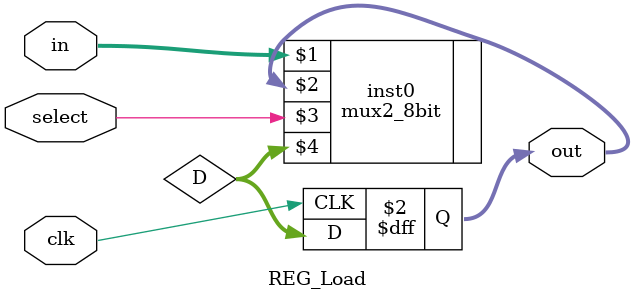
<source format=v>
module REG_Load(clk, in ,select, out );
input clk, select;
input [7:0] in;
wire [7:0] D;
output reg [7:0]out;
mux2_8bit inst0(in,out,select,D);
always @(posedge clk)
	begin
		 out<=D; 
	end
endmodule

</source>
